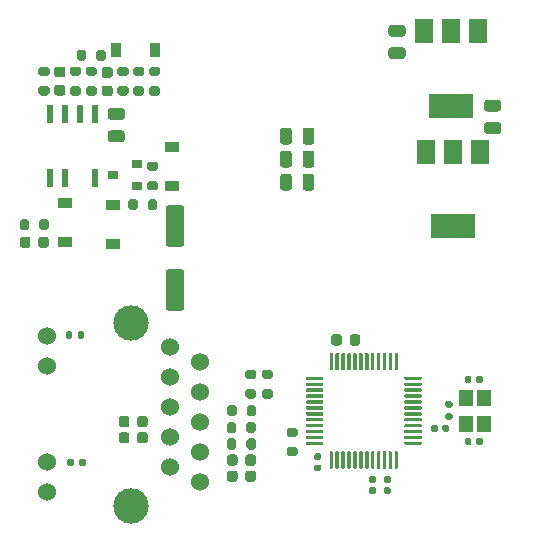
<source format=gbr>
%TF.GenerationSoftware,KiCad,Pcbnew,5.1.9+dfsg1-1*%
%TF.CreationDate,2022-07-19T15:57:22+03:00*%
%TF.ProjectId,Meteostation,4d657465-6f73-4746-9174-696f6e2e6b69,rev?*%
%TF.SameCoordinates,Original*%
%TF.FileFunction,Soldermask,Top*%
%TF.FilePolarity,Negative*%
%FSLAX46Y46*%
G04 Gerber Fmt 4.6, Leading zero omitted, Abs format (unit mm)*
G04 Created by KiCad (PCBNEW 5.1.9+dfsg1-1) date 2022-07-19 15:57:22*
%MOMM*%
%LPD*%
G01*
G04 APERTURE LIST*
%ADD10R,1.500000X2.000000*%
%ADD11R,3.800000X2.000000*%
%ADD12R,1.200000X1.400000*%
%ADD13R,0.900000X0.800000*%
%ADD14R,1.200000X0.900000*%
%ADD15R,0.600000X1.550000*%
%ADD16R,0.900000X1.200000*%
%ADD17C,3.000000*%
%ADD18C,1.524000*%
G04 APERTURE END LIST*
%TO.C,C33*%
G36*
G01*
X29383800Y-67569200D02*
X28883800Y-67569200D01*
G75*
G02*
X28658800Y-67344200I0J225000D01*
G01*
X28658800Y-66894200D01*
G75*
G02*
X28883800Y-66669200I225000J0D01*
G01*
X29383800Y-66669200D01*
G75*
G02*
X29608800Y-66894200I0J-225000D01*
G01*
X29608800Y-67344200D01*
G75*
G02*
X29383800Y-67569200I-225000J0D01*
G01*
G37*
G36*
G01*
X29383800Y-69119200D02*
X28883800Y-69119200D01*
G75*
G02*
X28658800Y-68894200I0J225000D01*
G01*
X28658800Y-68444200D01*
G75*
G02*
X28883800Y-68219200I225000J0D01*
G01*
X29383800Y-68219200D01*
G75*
G02*
X29608800Y-68444200I0J-225000D01*
G01*
X29608800Y-68894200D01*
G75*
G02*
X29383800Y-69119200I-225000J0D01*
G01*
G37*
%TD*%
%TO.C,R18*%
G36*
G01*
X40950000Y-96025000D02*
X40950000Y-95475000D01*
G75*
G02*
X41150000Y-95275000I200000J0D01*
G01*
X41550000Y-95275000D01*
G75*
G02*
X41750000Y-95475000I0J-200000D01*
G01*
X41750000Y-96025000D01*
G75*
G02*
X41550000Y-96225000I-200000J0D01*
G01*
X41150000Y-96225000D01*
G75*
G02*
X40950000Y-96025000I0J200000D01*
G01*
G37*
G36*
G01*
X39300000Y-96025000D02*
X39300000Y-95475000D01*
G75*
G02*
X39500000Y-95275000I200000J0D01*
G01*
X39900000Y-95275000D01*
G75*
G02*
X40100000Y-95475000I0J-200000D01*
G01*
X40100000Y-96025000D01*
G75*
G02*
X39900000Y-96225000I-200000J0D01*
G01*
X39500000Y-96225000D01*
G75*
G02*
X39300000Y-96025000I0J200000D01*
G01*
G37*
%TD*%
%TO.C,R14*%
G36*
G01*
X40925000Y-97475000D02*
X40925000Y-96925000D01*
G75*
G02*
X41125000Y-96725000I200000J0D01*
G01*
X41525000Y-96725000D01*
G75*
G02*
X41725000Y-96925000I0J-200000D01*
G01*
X41725000Y-97475000D01*
G75*
G02*
X41525000Y-97675000I-200000J0D01*
G01*
X41125000Y-97675000D01*
G75*
G02*
X40925000Y-97475000I0J200000D01*
G01*
G37*
G36*
G01*
X39275000Y-97475000D02*
X39275000Y-96925000D01*
G75*
G02*
X39475000Y-96725000I200000J0D01*
G01*
X39875000Y-96725000D01*
G75*
G02*
X40075000Y-96925000I0J-200000D01*
G01*
X40075000Y-97475000D01*
G75*
G02*
X39875000Y-97675000I-200000J0D01*
G01*
X39475000Y-97675000D01*
G75*
G02*
X39275000Y-97475000I0J200000D01*
G01*
G37*
%TD*%
%TO.C,R12*%
G36*
G01*
X40925000Y-98841666D02*
X40925000Y-98291666D01*
G75*
G02*
X41125000Y-98091666I200000J0D01*
G01*
X41525000Y-98091666D01*
G75*
G02*
X41725000Y-98291666I0J-200000D01*
G01*
X41725000Y-98841666D01*
G75*
G02*
X41525000Y-99041666I-200000J0D01*
G01*
X41125000Y-99041666D01*
G75*
G02*
X40925000Y-98841666I0J200000D01*
G01*
G37*
G36*
G01*
X39275000Y-98841666D02*
X39275000Y-98291666D01*
G75*
G02*
X39475000Y-98091666I200000J0D01*
G01*
X39875000Y-98091666D01*
G75*
G02*
X40075000Y-98291666I0J-200000D01*
G01*
X40075000Y-98841666D01*
G75*
G02*
X39875000Y-99041666I-200000J0D01*
G01*
X39475000Y-99041666D01*
G75*
G02*
X39275000Y-98841666I0J200000D01*
G01*
G37*
%TD*%
%TO.C,R11*%
G36*
G01*
X45075000Y-97975000D02*
X44525000Y-97975000D01*
G75*
G02*
X44325000Y-97775000I0J200000D01*
G01*
X44325000Y-97375000D01*
G75*
G02*
X44525000Y-97175000I200000J0D01*
G01*
X45075000Y-97175000D01*
G75*
G02*
X45275000Y-97375000I0J-200000D01*
G01*
X45275000Y-97775000D01*
G75*
G02*
X45075000Y-97975000I-200000J0D01*
G01*
G37*
G36*
G01*
X45075000Y-99625000D02*
X44525000Y-99625000D01*
G75*
G02*
X44325000Y-99425000I0J200000D01*
G01*
X44325000Y-99025000D01*
G75*
G02*
X44525000Y-98825000I200000J0D01*
G01*
X45075000Y-98825000D01*
G75*
G02*
X45275000Y-99025000I0J-200000D01*
G01*
X45275000Y-99425000D01*
G75*
G02*
X45075000Y-99625000I-200000J0D01*
G01*
G37*
%TD*%
%TO.C,R10*%
G36*
G01*
X42425000Y-93925000D02*
X42975000Y-93925000D01*
G75*
G02*
X43175000Y-94125000I0J-200000D01*
G01*
X43175000Y-94525000D01*
G75*
G02*
X42975000Y-94725000I-200000J0D01*
G01*
X42425000Y-94725000D01*
G75*
G02*
X42225000Y-94525000I0J200000D01*
G01*
X42225000Y-94125000D01*
G75*
G02*
X42425000Y-93925000I200000J0D01*
G01*
G37*
G36*
G01*
X42425000Y-92275000D02*
X42975000Y-92275000D01*
G75*
G02*
X43175000Y-92475000I0J-200000D01*
G01*
X43175000Y-92875000D01*
G75*
G02*
X42975000Y-93075000I-200000J0D01*
G01*
X42425000Y-93075000D01*
G75*
G02*
X42225000Y-92875000I0J200000D01*
G01*
X42225000Y-92475000D01*
G75*
G02*
X42425000Y-92275000I200000J0D01*
G01*
G37*
%TD*%
%TO.C,R9*%
G36*
G01*
X41025000Y-93925000D02*
X41575000Y-93925000D01*
G75*
G02*
X41775000Y-94125000I0J-200000D01*
G01*
X41775000Y-94525000D01*
G75*
G02*
X41575000Y-94725000I-200000J0D01*
G01*
X41025000Y-94725000D01*
G75*
G02*
X40825000Y-94525000I0J200000D01*
G01*
X40825000Y-94125000D01*
G75*
G02*
X41025000Y-93925000I200000J0D01*
G01*
G37*
G36*
G01*
X41025000Y-92275000D02*
X41575000Y-92275000D01*
G75*
G02*
X41775000Y-92475000I0J-200000D01*
G01*
X41775000Y-92875000D01*
G75*
G02*
X41575000Y-93075000I-200000J0D01*
G01*
X41025000Y-93075000D01*
G75*
G02*
X40825000Y-92875000I0J200000D01*
G01*
X40825000Y-92475000D01*
G75*
G02*
X41025000Y-92275000I200000J0D01*
G01*
G37*
%TD*%
%TO.C,C26*%
G36*
G01*
X40175000Y-99683332D02*
X40175000Y-100183332D01*
G75*
G02*
X39950000Y-100408332I-225000J0D01*
G01*
X39500000Y-100408332D01*
G75*
G02*
X39275000Y-100183332I0J225000D01*
G01*
X39275000Y-99683332D01*
G75*
G02*
X39500000Y-99458332I225000J0D01*
G01*
X39950000Y-99458332D01*
G75*
G02*
X40175000Y-99683332I0J-225000D01*
G01*
G37*
G36*
G01*
X41725000Y-99683332D02*
X41725000Y-100183332D01*
G75*
G02*
X41500000Y-100408332I-225000J0D01*
G01*
X41050000Y-100408332D01*
G75*
G02*
X40825000Y-100183332I0J225000D01*
G01*
X40825000Y-99683332D01*
G75*
G02*
X41050000Y-99458332I225000J0D01*
G01*
X41500000Y-99458332D01*
G75*
G02*
X41725000Y-99683332I0J-225000D01*
G01*
G37*
%TD*%
%TO.C,C25*%
G36*
G01*
X40175000Y-101049998D02*
X40175000Y-101549998D01*
G75*
G02*
X39950000Y-101774998I-225000J0D01*
G01*
X39500000Y-101774998D01*
G75*
G02*
X39275000Y-101549998I0J225000D01*
G01*
X39275000Y-101049998D01*
G75*
G02*
X39500000Y-100824998I225000J0D01*
G01*
X39950000Y-100824998D01*
G75*
G02*
X40175000Y-101049998I0J-225000D01*
G01*
G37*
G36*
G01*
X41725000Y-101049998D02*
X41725000Y-101549998D01*
G75*
G02*
X41500000Y-101774998I-225000J0D01*
G01*
X41050000Y-101774998D01*
G75*
G02*
X40825000Y-101549998I0J225000D01*
G01*
X40825000Y-101049998D01*
G75*
G02*
X41050000Y-100824998I225000J0D01*
G01*
X41500000Y-100824998D01*
G75*
G02*
X41725000Y-101049998I0J-225000D01*
G01*
G37*
%TD*%
%TO.C,C20*%
G36*
G01*
X31025000Y-96425000D02*
X31025000Y-96925000D01*
G75*
G02*
X30800000Y-97150000I-225000J0D01*
G01*
X30350000Y-97150000D01*
G75*
G02*
X30125000Y-96925000I0J225000D01*
G01*
X30125000Y-96425000D01*
G75*
G02*
X30350000Y-96200000I225000J0D01*
G01*
X30800000Y-96200000D01*
G75*
G02*
X31025000Y-96425000I0J-225000D01*
G01*
G37*
G36*
G01*
X32575000Y-96425000D02*
X32575000Y-96925000D01*
G75*
G02*
X32350000Y-97150000I-225000J0D01*
G01*
X31900000Y-97150000D01*
G75*
G02*
X31675000Y-96925000I0J225000D01*
G01*
X31675000Y-96425000D01*
G75*
G02*
X31900000Y-96200000I225000J0D01*
G01*
X32350000Y-96200000D01*
G75*
G02*
X32575000Y-96425000I0J-225000D01*
G01*
G37*
%TD*%
%TO.C,C16*%
G36*
G01*
X31675000Y-98300000D02*
X31675000Y-97800000D01*
G75*
G02*
X31900000Y-97575000I225000J0D01*
G01*
X32350000Y-97575000D01*
G75*
G02*
X32575000Y-97800000I0J-225000D01*
G01*
X32575000Y-98300000D01*
G75*
G02*
X32350000Y-98525000I-225000J0D01*
G01*
X31900000Y-98525000D01*
G75*
G02*
X31675000Y-98300000I0J225000D01*
G01*
G37*
G36*
G01*
X30125000Y-98300000D02*
X30125000Y-97800000D01*
G75*
G02*
X30350000Y-97575000I225000J0D01*
G01*
X30800000Y-97575000D01*
G75*
G02*
X31025000Y-97800000I0J-225000D01*
G01*
X31025000Y-98300000D01*
G75*
G02*
X30800000Y-98525000I-225000J0D01*
G01*
X30350000Y-98525000D01*
G75*
G02*
X30125000Y-98300000I0J225000D01*
G01*
G37*
%TD*%
D10*
%TO.C,U2*%
X60550000Y-63625000D03*
X55950000Y-63625000D03*
X58250000Y-63625000D03*
D11*
X58250000Y-69925000D03*
%TD*%
%TO.C,C2*%
G36*
G01*
X62250000Y-70425000D02*
X61300000Y-70425000D01*
G75*
G02*
X61050000Y-70175000I0J250000D01*
G01*
X61050000Y-69675000D01*
G75*
G02*
X61300000Y-69425000I250000J0D01*
G01*
X62250000Y-69425000D01*
G75*
G02*
X62500000Y-69675000I0J-250000D01*
G01*
X62500000Y-70175000D01*
G75*
G02*
X62250000Y-70425000I-250000J0D01*
G01*
G37*
G36*
G01*
X62250000Y-72325000D02*
X61300000Y-72325000D01*
G75*
G02*
X61050000Y-72075000I0J250000D01*
G01*
X61050000Y-71575000D01*
G75*
G02*
X61300000Y-71325000I250000J0D01*
G01*
X62250000Y-71325000D01*
G75*
G02*
X62500000Y-71575000I0J-250000D01*
G01*
X62500000Y-72075000D01*
G75*
G02*
X62250000Y-72325000I-250000J0D01*
G01*
G37*
%TD*%
%TO.C,C1*%
G36*
G01*
X54150000Y-64075000D02*
X53200000Y-64075000D01*
G75*
G02*
X52950000Y-63825000I0J250000D01*
G01*
X52950000Y-63325000D01*
G75*
G02*
X53200000Y-63075000I250000J0D01*
G01*
X54150000Y-63075000D01*
G75*
G02*
X54400000Y-63325000I0J-250000D01*
G01*
X54400000Y-63825000D01*
G75*
G02*
X54150000Y-64075000I-250000J0D01*
G01*
G37*
G36*
G01*
X54150000Y-65975000D02*
X53200000Y-65975000D01*
G75*
G02*
X52950000Y-65725000I0J250000D01*
G01*
X52950000Y-65225000D01*
G75*
G02*
X53200000Y-64975000I250000J0D01*
G01*
X54150000Y-64975000D01*
G75*
G02*
X54400000Y-65225000I0J-250000D01*
G01*
X54400000Y-65725000D01*
G75*
G02*
X54150000Y-65975000I-250000J0D01*
G01*
G37*
%TD*%
D12*
%TO.C,Y2*%
X61075000Y-94650000D03*
X61075000Y-96850000D03*
X59475000Y-96850000D03*
X59475000Y-94650000D03*
%TD*%
%TO.C,C15*%
G36*
G01*
X49653600Y-90008600D02*
X49653600Y-89508600D01*
G75*
G02*
X49878600Y-89283600I225000J0D01*
G01*
X50328600Y-89283600D01*
G75*
G02*
X50553600Y-89508600I0J-225000D01*
G01*
X50553600Y-90008600D01*
G75*
G02*
X50328600Y-90233600I-225000J0D01*
G01*
X49878600Y-90233600D01*
G75*
G02*
X49653600Y-90008600I0J225000D01*
G01*
G37*
G36*
G01*
X48103600Y-90008600D02*
X48103600Y-89508600D01*
G75*
G02*
X48328600Y-89283600I225000J0D01*
G01*
X48778600Y-89283600D01*
G75*
G02*
X49003600Y-89508600I0J-225000D01*
G01*
X49003600Y-90008600D01*
G75*
G02*
X48778600Y-90233600I-225000J0D01*
G01*
X48328600Y-90233600D01*
G75*
G02*
X48103600Y-90008600I0J225000D01*
G01*
G37*
%TD*%
%TO.C,R1*%
G36*
G01*
X58260000Y-95485000D02*
X57890000Y-95485000D01*
G75*
G02*
X57755000Y-95350000I0J135000D01*
G01*
X57755000Y-95080000D01*
G75*
G02*
X57890000Y-94945000I135000J0D01*
G01*
X58260000Y-94945000D01*
G75*
G02*
X58395000Y-95080000I0J-135000D01*
G01*
X58395000Y-95350000D01*
G75*
G02*
X58260000Y-95485000I-135000J0D01*
G01*
G37*
G36*
G01*
X58260000Y-96505000D02*
X57890000Y-96505000D01*
G75*
G02*
X57755000Y-96370000I0J135000D01*
G01*
X57755000Y-96100000D01*
G75*
G02*
X57890000Y-95965000I135000J0D01*
G01*
X58260000Y-95965000D01*
G75*
G02*
X58395000Y-96100000I0J-135000D01*
G01*
X58395000Y-96370000D01*
G75*
G02*
X58260000Y-96505000I-135000J0D01*
G01*
G37*
%TD*%
%TO.C,C7*%
G36*
G01*
X59975000Y-98205000D02*
X59975000Y-98545000D01*
G75*
G02*
X59835000Y-98685000I-140000J0D01*
G01*
X59555000Y-98685000D01*
G75*
G02*
X59415000Y-98545000I0J140000D01*
G01*
X59415000Y-98205000D01*
G75*
G02*
X59555000Y-98065000I140000J0D01*
G01*
X59835000Y-98065000D01*
G75*
G02*
X59975000Y-98205000I0J-140000D01*
G01*
G37*
G36*
G01*
X60935000Y-98205000D02*
X60935000Y-98545000D01*
G75*
G02*
X60795000Y-98685000I-140000J0D01*
G01*
X60515000Y-98685000D01*
G75*
G02*
X60375000Y-98545000I0J140000D01*
G01*
X60375000Y-98205000D01*
G75*
G02*
X60515000Y-98065000I140000J0D01*
G01*
X60795000Y-98065000D01*
G75*
G02*
X60935000Y-98205000I0J-140000D01*
G01*
G37*
%TD*%
%TO.C,C4*%
G36*
G01*
X60375000Y-93270000D02*
X60375000Y-92930000D01*
G75*
G02*
X60515000Y-92790000I140000J0D01*
G01*
X60795000Y-92790000D01*
G75*
G02*
X60935000Y-92930000I0J-140000D01*
G01*
X60935000Y-93270000D01*
G75*
G02*
X60795000Y-93410000I-140000J0D01*
G01*
X60515000Y-93410000D01*
G75*
G02*
X60375000Y-93270000I0J140000D01*
G01*
G37*
G36*
G01*
X59415000Y-93270000D02*
X59415000Y-92930000D01*
G75*
G02*
X59555000Y-92790000I140000J0D01*
G01*
X59835000Y-92790000D01*
G75*
G02*
X59975000Y-92930000I0J-140000D01*
G01*
X59975000Y-93270000D01*
G75*
G02*
X59835000Y-93410000I-140000J0D01*
G01*
X59555000Y-93410000D01*
G75*
G02*
X59415000Y-93270000I0J140000D01*
G01*
G37*
%TD*%
%TO.C,C14*%
G36*
G01*
X57125000Y-97080000D02*
X57125000Y-97420000D01*
G75*
G02*
X56985000Y-97560000I-140000J0D01*
G01*
X56705000Y-97560000D01*
G75*
G02*
X56565000Y-97420000I0J140000D01*
G01*
X56565000Y-97080000D01*
G75*
G02*
X56705000Y-96940000I140000J0D01*
G01*
X56985000Y-96940000D01*
G75*
G02*
X57125000Y-97080000I0J-140000D01*
G01*
G37*
G36*
G01*
X58085000Y-97080000D02*
X58085000Y-97420000D01*
G75*
G02*
X57945000Y-97560000I-140000J0D01*
G01*
X57665000Y-97560000D01*
G75*
G02*
X57525000Y-97420000I0J140000D01*
G01*
X57525000Y-97080000D01*
G75*
G02*
X57665000Y-96940000I140000J0D01*
G01*
X57945000Y-96940000D01*
G75*
G02*
X58085000Y-97080000I0J-140000D01*
G01*
G37*
%TD*%
%TO.C,C28*%
G36*
G01*
X46796400Y-100314180D02*
X47136400Y-100314180D01*
G75*
G02*
X47276400Y-100454180I0J-140000D01*
G01*
X47276400Y-100734180D01*
G75*
G02*
X47136400Y-100874180I-140000J0D01*
G01*
X46796400Y-100874180D01*
G75*
G02*
X46656400Y-100734180I0J140000D01*
G01*
X46656400Y-100454180D01*
G75*
G02*
X46796400Y-100314180I140000J0D01*
G01*
G37*
G36*
G01*
X46796400Y-99354180D02*
X47136400Y-99354180D01*
G75*
G02*
X47276400Y-99494180I0J-140000D01*
G01*
X47276400Y-99774180D01*
G75*
G02*
X47136400Y-99914180I-140000J0D01*
G01*
X46796400Y-99914180D01*
G75*
G02*
X46656400Y-99774180I0J140000D01*
G01*
X46656400Y-99494180D01*
G75*
G02*
X46796400Y-99354180I140000J0D01*
G01*
G37*
%TD*%
%TO.C,R2*%
G36*
G01*
X26765000Y-100310000D02*
X26765000Y-99940000D01*
G75*
G02*
X26900000Y-99805000I135000J0D01*
G01*
X27170000Y-99805000D01*
G75*
G02*
X27305000Y-99940000I0J-135000D01*
G01*
X27305000Y-100310000D01*
G75*
G02*
X27170000Y-100445000I-135000J0D01*
G01*
X26900000Y-100445000D01*
G75*
G02*
X26765000Y-100310000I0J135000D01*
G01*
G37*
G36*
G01*
X25745000Y-100310000D02*
X25745000Y-99940000D01*
G75*
G02*
X25880000Y-99805000I135000J0D01*
G01*
X26150000Y-99805000D01*
G75*
G02*
X26285000Y-99940000I0J-135000D01*
G01*
X26285000Y-100310000D01*
G75*
G02*
X26150000Y-100445000I-135000J0D01*
G01*
X25880000Y-100445000D01*
G75*
G02*
X25745000Y-100310000I0J135000D01*
G01*
G37*
%TD*%
%TO.C,R3*%
G36*
G01*
X26640000Y-89510000D02*
X26640000Y-89140000D01*
G75*
G02*
X26775000Y-89005000I135000J0D01*
G01*
X27045000Y-89005000D01*
G75*
G02*
X27180000Y-89140000I0J-135000D01*
G01*
X27180000Y-89510000D01*
G75*
G02*
X27045000Y-89645000I-135000J0D01*
G01*
X26775000Y-89645000D01*
G75*
G02*
X26640000Y-89510000I0J135000D01*
G01*
G37*
G36*
G01*
X25620000Y-89510000D02*
X25620000Y-89140000D01*
G75*
G02*
X25755000Y-89005000I135000J0D01*
G01*
X26025000Y-89005000D01*
G75*
G02*
X26160000Y-89140000I0J-135000D01*
G01*
X26160000Y-89510000D01*
G75*
G02*
X26025000Y-89645000I-135000J0D01*
G01*
X25755000Y-89645000D01*
G75*
G02*
X25620000Y-89510000I0J135000D01*
G01*
G37*
%TD*%
%TO.C,C12*%
G36*
G01*
X51770000Y-101850000D02*
X51430000Y-101850000D01*
G75*
G02*
X51290000Y-101710000I0J140000D01*
G01*
X51290000Y-101430000D01*
G75*
G02*
X51430000Y-101290000I140000J0D01*
G01*
X51770000Y-101290000D01*
G75*
G02*
X51910000Y-101430000I0J-140000D01*
G01*
X51910000Y-101710000D01*
G75*
G02*
X51770000Y-101850000I-140000J0D01*
G01*
G37*
G36*
G01*
X51770000Y-102810000D02*
X51430000Y-102810000D01*
G75*
G02*
X51290000Y-102670000I0J140000D01*
G01*
X51290000Y-102390000D01*
G75*
G02*
X51430000Y-102250000I140000J0D01*
G01*
X51770000Y-102250000D01*
G75*
G02*
X51910000Y-102390000I0J-140000D01*
G01*
X51910000Y-102670000D01*
G75*
G02*
X51770000Y-102810000I-140000J0D01*
G01*
G37*
%TD*%
%TO.C,C10*%
G36*
G01*
X53020000Y-101852200D02*
X52680000Y-101852200D01*
G75*
G02*
X52540000Y-101712200I0J140000D01*
G01*
X52540000Y-101432200D01*
G75*
G02*
X52680000Y-101292200I140000J0D01*
G01*
X53020000Y-101292200D01*
G75*
G02*
X53160000Y-101432200I0J-140000D01*
G01*
X53160000Y-101712200D01*
G75*
G02*
X53020000Y-101852200I-140000J0D01*
G01*
G37*
G36*
G01*
X53020000Y-102812200D02*
X52680000Y-102812200D01*
G75*
G02*
X52540000Y-102672200I0J140000D01*
G01*
X52540000Y-102392200D01*
G75*
G02*
X52680000Y-102252200I140000J0D01*
G01*
X53020000Y-102252200D01*
G75*
G02*
X53160000Y-102392200I0J-140000D01*
G01*
X53160000Y-102672200D01*
G75*
G02*
X53020000Y-102812200I-140000J0D01*
G01*
G37*
%TD*%
D10*
%TO.C,U6*%
X60725000Y-73825000D03*
X56125000Y-73825000D03*
X58425000Y-73825000D03*
D11*
X58425000Y-80125000D03*
%TD*%
%TO.C,D3*%
G36*
G01*
X47965300Y-92265700D02*
X47965300Y-90940700D01*
G75*
G02*
X48040300Y-90865700I75000J0D01*
G01*
X48190300Y-90865700D01*
G75*
G02*
X48265300Y-90940700I0J-75000D01*
G01*
X48265300Y-92265700D01*
G75*
G02*
X48190300Y-92340700I-75000J0D01*
G01*
X48040300Y-92340700D01*
G75*
G02*
X47965300Y-92265700I0J75000D01*
G01*
G37*
G36*
G01*
X48465300Y-92265700D02*
X48465300Y-90940700D01*
G75*
G02*
X48540300Y-90865700I75000J0D01*
G01*
X48690300Y-90865700D01*
G75*
G02*
X48765300Y-90940700I0J-75000D01*
G01*
X48765300Y-92265700D01*
G75*
G02*
X48690300Y-92340700I-75000J0D01*
G01*
X48540300Y-92340700D01*
G75*
G02*
X48465300Y-92265700I0J75000D01*
G01*
G37*
G36*
G01*
X48965300Y-92265700D02*
X48965300Y-90940700D01*
G75*
G02*
X49040300Y-90865700I75000J0D01*
G01*
X49190300Y-90865700D01*
G75*
G02*
X49265300Y-90940700I0J-75000D01*
G01*
X49265300Y-92265700D01*
G75*
G02*
X49190300Y-92340700I-75000J0D01*
G01*
X49040300Y-92340700D01*
G75*
G02*
X48965300Y-92265700I0J75000D01*
G01*
G37*
G36*
G01*
X49465300Y-92265700D02*
X49465300Y-90940700D01*
G75*
G02*
X49540300Y-90865700I75000J0D01*
G01*
X49690300Y-90865700D01*
G75*
G02*
X49765300Y-90940700I0J-75000D01*
G01*
X49765300Y-92265700D01*
G75*
G02*
X49690300Y-92340700I-75000J0D01*
G01*
X49540300Y-92340700D01*
G75*
G02*
X49465300Y-92265700I0J75000D01*
G01*
G37*
G36*
G01*
X49965300Y-92265700D02*
X49965300Y-90940700D01*
G75*
G02*
X50040300Y-90865700I75000J0D01*
G01*
X50190300Y-90865700D01*
G75*
G02*
X50265300Y-90940700I0J-75000D01*
G01*
X50265300Y-92265700D01*
G75*
G02*
X50190300Y-92340700I-75000J0D01*
G01*
X50040300Y-92340700D01*
G75*
G02*
X49965300Y-92265700I0J75000D01*
G01*
G37*
G36*
G01*
X50465300Y-92265700D02*
X50465300Y-90940700D01*
G75*
G02*
X50540300Y-90865700I75000J0D01*
G01*
X50690300Y-90865700D01*
G75*
G02*
X50765300Y-90940700I0J-75000D01*
G01*
X50765300Y-92265700D01*
G75*
G02*
X50690300Y-92340700I-75000J0D01*
G01*
X50540300Y-92340700D01*
G75*
G02*
X50465300Y-92265700I0J75000D01*
G01*
G37*
G36*
G01*
X50965300Y-92265700D02*
X50965300Y-90940700D01*
G75*
G02*
X51040300Y-90865700I75000J0D01*
G01*
X51190300Y-90865700D01*
G75*
G02*
X51265300Y-90940700I0J-75000D01*
G01*
X51265300Y-92265700D01*
G75*
G02*
X51190300Y-92340700I-75000J0D01*
G01*
X51040300Y-92340700D01*
G75*
G02*
X50965300Y-92265700I0J75000D01*
G01*
G37*
G36*
G01*
X51465300Y-92265700D02*
X51465300Y-90940700D01*
G75*
G02*
X51540300Y-90865700I75000J0D01*
G01*
X51690300Y-90865700D01*
G75*
G02*
X51765300Y-90940700I0J-75000D01*
G01*
X51765300Y-92265700D01*
G75*
G02*
X51690300Y-92340700I-75000J0D01*
G01*
X51540300Y-92340700D01*
G75*
G02*
X51465300Y-92265700I0J75000D01*
G01*
G37*
G36*
G01*
X51965300Y-92265700D02*
X51965300Y-90940700D01*
G75*
G02*
X52040300Y-90865700I75000J0D01*
G01*
X52190300Y-90865700D01*
G75*
G02*
X52265300Y-90940700I0J-75000D01*
G01*
X52265300Y-92265700D01*
G75*
G02*
X52190300Y-92340700I-75000J0D01*
G01*
X52040300Y-92340700D01*
G75*
G02*
X51965300Y-92265700I0J75000D01*
G01*
G37*
G36*
G01*
X52465300Y-92265700D02*
X52465300Y-90940700D01*
G75*
G02*
X52540300Y-90865700I75000J0D01*
G01*
X52690300Y-90865700D01*
G75*
G02*
X52765300Y-90940700I0J-75000D01*
G01*
X52765300Y-92265700D01*
G75*
G02*
X52690300Y-92340700I-75000J0D01*
G01*
X52540300Y-92340700D01*
G75*
G02*
X52465300Y-92265700I0J75000D01*
G01*
G37*
G36*
G01*
X52965300Y-92265700D02*
X52965300Y-90940700D01*
G75*
G02*
X53040300Y-90865700I75000J0D01*
G01*
X53190300Y-90865700D01*
G75*
G02*
X53265300Y-90940700I0J-75000D01*
G01*
X53265300Y-92265700D01*
G75*
G02*
X53190300Y-92340700I-75000J0D01*
G01*
X53040300Y-92340700D01*
G75*
G02*
X52965300Y-92265700I0J75000D01*
G01*
G37*
G36*
G01*
X53465300Y-92265700D02*
X53465300Y-90940700D01*
G75*
G02*
X53540300Y-90865700I75000J0D01*
G01*
X53690300Y-90865700D01*
G75*
G02*
X53765300Y-90940700I0J-75000D01*
G01*
X53765300Y-92265700D01*
G75*
G02*
X53690300Y-92340700I-75000J0D01*
G01*
X53540300Y-92340700D01*
G75*
G02*
X53465300Y-92265700I0J75000D01*
G01*
G37*
G36*
G01*
X54290300Y-93090700D02*
X54290300Y-92940700D01*
G75*
G02*
X54365300Y-92865700I75000J0D01*
G01*
X55690300Y-92865700D01*
G75*
G02*
X55765300Y-92940700I0J-75000D01*
G01*
X55765300Y-93090700D01*
G75*
G02*
X55690300Y-93165700I-75000J0D01*
G01*
X54365300Y-93165700D01*
G75*
G02*
X54290300Y-93090700I0J75000D01*
G01*
G37*
G36*
G01*
X54290300Y-93590700D02*
X54290300Y-93440700D01*
G75*
G02*
X54365300Y-93365700I75000J0D01*
G01*
X55690300Y-93365700D01*
G75*
G02*
X55765300Y-93440700I0J-75000D01*
G01*
X55765300Y-93590700D01*
G75*
G02*
X55690300Y-93665700I-75000J0D01*
G01*
X54365300Y-93665700D01*
G75*
G02*
X54290300Y-93590700I0J75000D01*
G01*
G37*
G36*
G01*
X54290300Y-94090700D02*
X54290300Y-93940700D01*
G75*
G02*
X54365300Y-93865700I75000J0D01*
G01*
X55690300Y-93865700D01*
G75*
G02*
X55765300Y-93940700I0J-75000D01*
G01*
X55765300Y-94090700D01*
G75*
G02*
X55690300Y-94165700I-75000J0D01*
G01*
X54365300Y-94165700D01*
G75*
G02*
X54290300Y-94090700I0J75000D01*
G01*
G37*
G36*
G01*
X54290300Y-94590700D02*
X54290300Y-94440700D01*
G75*
G02*
X54365300Y-94365700I75000J0D01*
G01*
X55690300Y-94365700D01*
G75*
G02*
X55765300Y-94440700I0J-75000D01*
G01*
X55765300Y-94590700D01*
G75*
G02*
X55690300Y-94665700I-75000J0D01*
G01*
X54365300Y-94665700D01*
G75*
G02*
X54290300Y-94590700I0J75000D01*
G01*
G37*
G36*
G01*
X54290300Y-95090700D02*
X54290300Y-94940700D01*
G75*
G02*
X54365300Y-94865700I75000J0D01*
G01*
X55690300Y-94865700D01*
G75*
G02*
X55765300Y-94940700I0J-75000D01*
G01*
X55765300Y-95090700D01*
G75*
G02*
X55690300Y-95165700I-75000J0D01*
G01*
X54365300Y-95165700D01*
G75*
G02*
X54290300Y-95090700I0J75000D01*
G01*
G37*
G36*
G01*
X54290300Y-95590700D02*
X54290300Y-95440700D01*
G75*
G02*
X54365300Y-95365700I75000J0D01*
G01*
X55690300Y-95365700D01*
G75*
G02*
X55765300Y-95440700I0J-75000D01*
G01*
X55765300Y-95590700D01*
G75*
G02*
X55690300Y-95665700I-75000J0D01*
G01*
X54365300Y-95665700D01*
G75*
G02*
X54290300Y-95590700I0J75000D01*
G01*
G37*
G36*
G01*
X54290300Y-96090700D02*
X54290300Y-95940700D01*
G75*
G02*
X54365300Y-95865700I75000J0D01*
G01*
X55690300Y-95865700D01*
G75*
G02*
X55765300Y-95940700I0J-75000D01*
G01*
X55765300Y-96090700D01*
G75*
G02*
X55690300Y-96165700I-75000J0D01*
G01*
X54365300Y-96165700D01*
G75*
G02*
X54290300Y-96090700I0J75000D01*
G01*
G37*
G36*
G01*
X54290300Y-96590700D02*
X54290300Y-96440700D01*
G75*
G02*
X54365300Y-96365700I75000J0D01*
G01*
X55690300Y-96365700D01*
G75*
G02*
X55765300Y-96440700I0J-75000D01*
G01*
X55765300Y-96590700D01*
G75*
G02*
X55690300Y-96665700I-75000J0D01*
G01*
X54365300Y-96665700D01*
G75*
G02*
X54290300Y-96590700I0J75000D01*
G01*
G37*
G36*
G01*
X54290300Y-97090700D02*
X54290300Y-96940700D01*
G75*
G02*
X54365300Y-96865700I75000J0D01*
G01*
X55690300Y-96865700D01*
G75*
G02*
X55765300Y-96940700I0J-75000D01*
G01*
X55765300Y-97090700D01*
G75*
G02*
X55690300Y-97165700I-75000J0D01*
G01*
X54365300Y-97165700D01*
G75*
G02*
X54290300Y-97090700I0J75000D01*
G01*
G37*
G36*
G01*
X54290300Y-97590700D02*
X54290300Y-97440700D01*
G75*
G02*
X54365300Y-97365700I75000J0D01*
G01*
X55690300Y-97365700D01*
G75*
G02*
X55765300Y-97440700I0J-75000D01*
G01*
X55765300Y-97590700D01*
G75*
G02*
X55690300Y-97665700I-75000J0D01*
G01*
X54365300Y-97665700D01*
G75*
G02*
X54290300Y-97590700I0J75000D01*
G01*
G37*
G36*
G01*
X54290300Y-98090700D02*
X54290300Y-97940700D01*
G75*
G02*
X54365300Y-97865700I75000J0D01*
G01*
X55690300Y-97865700D01*
G75*
G02*
X55765300Y-97940700I0J-75000D01*
G01*
X55765300Y-98090700D01*
G75*
G02*
X55690300Y-98165700I-75000J0D01*
G01*
X54365300Y-98165700D01*
G75*
G02*
X54290300Y-98090700I0J75000D01*
G01*
G37*
G36*
G01*
X54290300Y-98590700D02*
X54290300Y-98440700D01*
G75*
G02*
X54365300Y-98365700I75000J0D01*
G01*
X55690300Y-98365700D01*
G75*
G02*
X55765300Y-98440700I0J-75000D01*
G01*
X55765300Y-98590700D01*
G75*
G02*
X55690300Y-98665700I-75000J0D01*
G01*
X54365300Y-98665700D01*
G75*
G02*
X54290300Y-98590700I0J75000D01*
G01*
G37*
G36*
G01*
X53465300Y-100590700D02*
X53465300Y-99265700D01*
G75*
G02*
X53540300Y-99190700I75000J0D01*
G01*
X53690300Y-99190700D01*
G75*
G02*
X53765300Y-99265700I0J-75000D01*
G01*
X53765300Y-100590700D01*
G75*
G02*
X53690300Y-100665700I-75000J0D01*
G01*
X53540300Y-100665700D01*
G75*
G02*
X53465300Y-100590700I0J75000D01*
G01*
G37*
G36*
G01*
X52965300Y-100590700D02*
X52965300Y-99265700D01*
G75*
G02*
X53040300Y-99190700I75000J0D01*
G01*
X53190300Y-99190700D01*
G75*
G02*
X53265300Y-99265700I0J-75000D01*
G01*
X53265300Y-100590700D01*
G75*
G02*
X53190300Y-100665700I-75000J0D01*
G01*
X53040300Y-100665700D01*
G75*
G02*
X52965300Y-100590700I0J75000D01*
G01*
G37*
G36*
G01*
X52465300Y-100590700D02*
X52465300Y-99265700D01*
G75*
G02*
X52540300Y-99190700I75000J0D01*
G01*
X52690300Y-99190700D01*
G75*
G02*
X52765300Y-99265700I0J-75000D01*
G01*
X52765300Y-100590700D01*
G75*
G02*
X52690300Y-100665700I-75000J0D01*
G01*
X52540300Y-100665700D01*
G75*
G02*
X52465300Y-100590700I0J75000D01*
G01*
G37*
G36*
G01*
X51965300Y-100590700D02*
X51965300Y-99265700D01*
G75*
G02*
X52040300Y-99190700I75000J0D01*
G01*
X52190300Y-99190700D01*
G75*
G02*
X52265300Y-99265700I0J-75000D01*
G01*
X52265300Y-100590700D01*
G75*
G02*
X52190300Y-100665700I-75000J0D01*
G01*
X52040300Y-100665700D01*
G75*
G02*
X51965300Y-100590700I0J75000D01*
G01*
G37*
G36*
G01*
X51465300Y-100590700D02*
X51465300Y-99265700D01*
G75*
G02*
X51540300Y-99190700I75000J0D01*
G01*
X51690300Y-99190700D01*
G75*
G02*
X51765300Y-99265700I0J-75000D01*
G01*
X51765300Y-100590700D01*
G75*
G02*
X51690300Y-100665700I-75000J0D01*
G01*
X51540300Y-100665700D01*
G75*
G02*
X51465300Y-100590700I0J75000D01*
G01*
G37*
G36*
G01*
X50965300Y-100590700D02*
X50965300Y-99265700D01*
G75*
G02*
X51040300Y-99190700I75000J0D01*
G01*
X51190300Y-99190700D01*
G75*
G02*
X51265300Y-99265700I0J-75000D01*
G01*
X51265300Y-100590700D01*
G75*
G02*
X51190300Y-100665700I-75000J0D01*
G01*
X51040300Y-100665700D01*
G75*
G02*
X50965300Y-100590700I0J75000D01*
G01*
G37*
G36*
G01*
X50465300Y-100590700D02*
X50465300Y-99265700D01*
G75*
G02*
X50540300Y-99190700I75000J0D01*
G01*
X50690300Y-99190700D01*
G75*
G02*
X50765300Y-99265700I0J-75000D01*
G01*
X50765300Y-100590700D01*
G75*
G02*
X50690300Y-100665700I-75000J0D01*
G01*
X50540300Y-100665700D01*
G75*
G02*
X50465300Y-100590700I0J75000D01*
G01*
G37*
G36*
G01*
X49965300Y-100590700D02*
X49965300Y-99265700D01*
G75*
G02*
X50040300Y-99190700I75000J0D01*
G01*
X50190300Y-99190700D01*
G75*
G02*
X50265300Y-99265700I0J-75000D01*
G01*
X50265300Y-100590700D01*
G75*
G02*
X50190300Y-100665700I-75000J0D01*
G01*
X50040300Y-100665700D01*
G75*
G02*
X49965300Y-100590700I0J75000D01*
G01*
G37*
G36*
G01*
X49465300Y-100590700D02*
X49465300Y-99265700D01*
G75*
G02*
X49540300Y-99190700I75000J0D01*
G01*
X49690300Y-99190700D01*
G75*
G02*
X49765300Y-99265700I0J-75000D01*
G01*
X49765300Y-100590700D01*
G75*
G02*
X49690300Y-100665700I-75000J0D01*
G01*
X49540300Y-100665700D01*
G75*
G02*
X49465300Y-100590700I0J75000D01*
G01*
G37*
G36*
G01*
X48965300Y-100590700D02*
X48965300Y-99265700D01*
G75*
G02*
X49040300Y-99190700I75000J0D01*
G01*
X49190300Y-99190700D01*
G75*
G02*
X49265300Y-99265700I0J-75000D01*
G01*
X49265300Y-100590700D01*
G75*
G02*
X49190300Y-100665700I-75000J0D01*
G01*
X49040300Y-100665700D01*
G75*
G02*
X48965300Y-100590700I0J75000D01*
G01*
G37*
G36*
G01*
X48465300Y-100590700D02*
X48465300Y-99265700D01*
G75*
G02*
X48540300Y-99190700I75000J0D01*
G01*
X48690300Y-99190700D01*
G75*
G02*
X48765300Y-99265700I0J-75000D01*
G01*
X48765300Y-100590700D01*
G75*
G02*
X48690300Y-100665700I-75000J0D01*
G01*
X48540300Y-100665700D01*
G75*
G02*
X48465300Y-100590700I0J75000D01*
G01*
G37*
G36*
G01*
X47965300Y-100590700D02*
X47965300Y-99265700D01*
G75*
G02*
X48040300Y-99190700I75000J0D01*
G01*
X48190300Y-99190700D01*
G75*
G02*
X48265300Y-99265700I0J-75000D01*
G01*
X48265300Y-100590700D01*
G75*
G02*
X48190300Y-100665700I-75000J0D01*
G01*
X48040300Y-100665700D01*
G75*
G02*
X47965300Y-100590700I0J75000D01*
G01*
G37*
G36*
G01*
X45965300Y-98590700D02*
X45965300Y-98440700D01*
G75*
G02*
X46040300Y-98365700I75000J0D01*
G01*
X47365300Y-98365700D01*
G75*
G02*
X47440300Y-98440700I0J-75000D01*
G01*
X47440300Y-98590700D01*
G75*
G02*
X47365300Y-98665700I-75000J0D01*
G01*
X46040300Y-98665700D01*
G75*
G02*
X45965300Y-98590700I0J75000D01*
G01*
G37*
G36*
G01*
X45965300Y-98090700D02*
X45965300Y-97940700D01*
G75*
G02*
X46040300Y-97865700I75000J0D01*
G01*
X47365300Y-97865700D01*
G75*
G02*
X47440300Y-97940700I0J-75000D01*
G01*
X47440300Y-98090700D01*
G75*
G02*
X47365300Y-98165700I-75000J0D01*
G01*
X46040300Y-98165700D01*
G75*
G02*
X45965300Y-98090700I0J75000D01*
G01*
G37*
G36*
G01*
X45965300Y-97590700D02*
X45965300Y-97440700D01*
G75*
G02*
X46040300Y-97365700I75000J0D01*
G01*
X47365300Y-97365700D01*
G75*
G02*
X47440300Y-97440700I0J-75000D01*
G01*
X47440300Y-97590700D01*
G75*
G02*
X47365300Y-97665700I-75000J0D01*
G01*
X46040300Y-97665700D01*
G75*
G02*
X45965300Y-97590700I0J75000D01*
G01*
G37*
G36*
G01*
X45965300Y-97090700D02*
X45965300Y-96940700D01*
G75*
G02*
X46040300Y-96865700I75000J0D01*
G01*
X47365300Y-96865700D01*
G75*
G02*
X47440300Y-96940700I0J-75000D01*
G01*
X47440300Y-97090700D01*
G75*
G02*
X47365300Y-97165700I-75000J0D01*
G01*
X46040300Y-97165700D01*
G75*
G02*
X45965300Y-97090700I0J75000D01*
G01*
G37*
G36*
G01*
X45965300Y-96590700D02*
X45965300Y-96440700D01*
G75*
G02*
X46040300Y-96365700I75000J0D01*
G01*
X47365300Y-96365700D01*
G75*
G02*
X47440300Y-96440700I0J-75000D01*
G01*
X47440300Y-96590700D01*
G75*
G02*
X47365300Y-96665700I-75000J0D01*
G01*
X46040300Y-96665700D01*
G75*
G02*
X45965300Y-96590700I0J75000D01*
G01*
G37*
G36*
G01*
X45965300Y-96090700D02*
X45965300Y-95940700D01*
G75*
G02*
X46040300Y-95865700I75000J0D01*
G01*
X47365300Y-95865700D01*
G75*
G02*
X47440300Y-95940700I0J-75000D01*
G01*
X47440300Y-96090700D01*
G75*
G02*
X47365300Y-96165700I-75000J0D01*
G01*
X46040300Y-96165700D01*
G75*
G02*
X45965300Y-96090700I0J75000D01*
G01*
G37*
G36*
G01*
X45965300Y-95590700D02*
X45965300Y-95440700D01*
G75*
G02*
X46040300Y-95365700I75000J0D01*
G01*
X47365300Y-95365700D01*
G75*
G02*
X47440300Y-95440700I0J-75000D01*
G01*
X47440300Y-95590700D01*
G75*
G02*
X47365300Y-95665700I-75000J0D01*
G01*
X46040300Y-95665700D01*
G75*
G02*
X45965300Y-95590700I0J75000D01*
G01*
G37*
G36*
G01*
X45965300Y-95090700D02*
X45965300Y-94940700D01*
G75*
G02*
X46040300Y-94865700I75000J0D01*
G01*
X47365300Y-94865700D01*
G75*
G02*
X47440300Y-94940700I0J-75000D01*
G01*
X47440300Y-95090700D01*
G75*
G02*
X47365300Y-95165700I-75000J0D01*
G01*
X46040300Y-95165700D01*
G75*
G02*
X45965300Y-95090700I0J75000D01*
G01*
G37*
G36*
G01*
X45965300Y-94590700D02*
X45965300Y-94440700D01*
G75*
G02*
X46040300Y-94365700I75000J0D01*
G01*
X47365300Y-94365700D01*
G75*
G02*
X47440300Y-94440700I0J-75000D01*
G01*
X47440300Y-94590700D01*
G75*
G02*
X47365300Y-94665700I-75000J0D01*
G01*
X46040300Y-94665700D01*
G75*
G02*
X45965300Y-94590700I0J75000D01*
G01*
G37*
G36*
G01*
X45965300Y-94090700D02*
X45965300Y-93940700D01*
G75*
G02*
X46040300Y-93865700I75000J0D01*
G01*
X47365300Y-93865700D01*
G75*
G02*
X47440300Y-93940700I0J-75000D01*
G01*
X47440300Y-94090700D01*
G75*
G02*
X47365300Y-94165700I-75000J0D01*
G01*
X46040300Y-94165700D01*
G75*
G02*
X45965300Y-94090700I0J75000D01*
G01*
G37*
G36*
G01*
X45965300Y-93590700D02*
X45965300Y-93440700D01*
G75*
G02*
X46040300Y-93365700I75000J0D01*
G01*
X47365300Y-93365700D01*
G75*
G02*
X47440300Y-93440700I0J-75000D01*
G01*
X47440300Y-93590700D01*
G75*
G02*
X47365300Y-93665700I-75000J0D01*
G01*
X46040300Y-93665700D01*
G75*
G02*
X45965300Y-93590700I0J75000D01*
G01*
G37*
G36*
G01*
X45965300Y-93090700D02*
X45965300Y-92940700D01*
G75*
G02*
X46040300Y-92865700I75000J0D01*
G01*
X47365300Y-92865700D01*
G75*
G02*
X47440300Y-92940700I0J-75000D01*
G01*
X47440300Y-93090700D01*
G75*
G02*
X47365300Y-93165700I-75000J0D01*
G01*
X46040300Y-93165700D01*
G75*
G02*
X45965300Y-93090700I0J75000D01*
G01*
G37*
%TD*%
%TO.C,R24*%
G36*
G01*
X33263200Y-75455700D02*
X32713200Y-75455700D01*
G75*
G02*
X32513200Y-75255700I0J200000D01*
G01*
X32513200Y-74855700D01*
G75*
G02*
X32713200Y-74655700I200000J0D01*
G01*
X33263200Y-74655700D01*
G75*
G02*
X33463200Y-74855700I0J-200000D01*
G01*
X33463200Y-75255700D01*
G75*
G02*
X33263200Y-75455700I-200000J0D01*
G01*
G37*
G36*
G01*
X33263200Y-77105700D02*
X32713200Y-77105700D01*
G75*
G02*
X32513200Y-76905700I0J200000D01*
G01*
X32513200Y-76505700D01*
G75*
G02*
X32713200Y-76305700I200000J0D01*
G01*
X33263200Y-76305700D01*
G75*
G02*
X33463200Y-76505700I0J-200000D01*
G01*
X33463200Y-76905700D01*
G75*
G02*
X33263200Y-77105700I-200000J0D01*
G01*
G37*
%TD*%
%TO.C,R21*%
G36*
G01*
X27522932Y-68272500D02*
X28072932Y-68272500D01*
G75*
G02*
X28272932Y-68472500I0J-200000D01*
G01*
X28272932Y-68872500D01*
G75*
G02*
X28072932Y-69072500I-200000J0D01*
G01*
X27522932Y-69072500D01*
G75*
G02*
X27322932Y-68872500I0J200000D01*
G01*
X27322932Y-68472500D01*
G75*
G02*
X27522932Y-68272500I200000J0D01*
G01*
G37*
G36*
G01*
X27522932Y-66622500D02*
X28072932Y-66622500D01*
G75*
G02*
X28272932Y-66822500I0J-200000D01*
G01*
X28272932Y-67222500D01*
G75*
G02*
X28072932Y-67422500I-200000J0D01*
G01*
X27522932Y-67422500D01*
G75*
G02*
X27322932Y-67222500I0J200000D01*
G01*
X27322932Y-66822500D01*
G75*
G02*
X27522932Y-66622500I200000J0D01*
G01*
G37*
%TD*%
%TO.C,R28*%
G36*
G01*
X24056106Y-67422500D02*
X23506106Y-67422500D01*
G75*
G02*
X23306106Y-67222500I0J200000D01*
G01*
X23306106Y-66822500D01*
G75*
G02*
X23506106Y-66622500I200000J0D01*
G01*
X24056106Y-66622500D01*
G75*
G02*
X24256106Y-66822500I0J-200000D01*
G01*
X24256106Y-67222500D01*
G75*
G02*
X24056106Y-67422500I-200000J0D01*
G01*
G37*
G36*
G01*
X24056106Y-69072500D02*
X23506106Y-69072500D01*
G75*
G02*
X23306106Y-68872500I0J200000D01*
G01*
X23306106Y-68472500D01*
G75*
G02*
X23506106Y-68272500I200000J0D01*
G01*
X24056106Y-68272500D01*
G75*
G02*
X24256106Y-68472500I0J-200000D01*
G01*
X24256106Y-68872500D01*
G75*
G02*
X24056106Y-69072500I-200000J0D01*
G01*
G37*
%TD*%
%TO.C,R22*%
G36*
G01*
X26733990Y-67422500D02*
X26183990Y-67422500D01*
G75*
G02*
X25983990Y-67222500I0J200000D01*
G01*
X25983990Y-66822500D01*
G75*
G02*
X26183990Y-66622500I200000J0D01*
G01*
X26733990Y-66622500D01*
G75*
G02*
X26933990Y-66822500I0J-200000D01*
G01*
X26933990Y-67222500D01*
G75*
G02*
X26733990Y-67422500I-200000J0D01*
G01*
G37*
G36*
G01*
X26733990Y-69072500D02*
X26183990Y-69072500D01*
G75*
G02*
X25983990Y-68872500I0J200000D01*
G01*
X25983990Y-68472500D01*
G75*
G02*
X26183990Y-68272500I200000J0D01*
G01*
X26733990Y-68272500D01*
G75*
G02*
X26933990Y-68472500I0J-200000D01*
G01*
X26933990Y-68872500D01*
G75*
G02*
X26733990Y-69072500I-200000J0D01*
G01*
G37*
%TD*%
%TO.C,R30*%
G36*
G01*
X32878700Y-68272500D02*
X33428700Y-68272500D01*
G75*
G02*
X33628700Y-68472500I0J-200000D01*
G01*
X33628700Y-68872500D01*
G75*
G02*
X33428700Y-69072500I-200000J0D01*
G01*
X32878700Y-69072500D01*
G75*
G02*
X32678700Y-68872500I0J200000D01*
G01*
X32678700Y-68472500D01*
G75*
G02*
X32878700Y-68272500I200000J0D01*
G01*
G37*
G36*
G01*
X32878700Y-66622500D02*
X33428700Y-66622500D01*
G75*
G02*
X33628700Y-66822500I0J-200000D01*
G01*
X33628700Y-67222500D01*
G75*
G02*
X33428700Y-67422500I-200000J0D01*
G01*
X32878700Y-67422500D01*
G75*
G02*
X32678700Y-67222500I0J200000D01*
G01*
X32678700Y-66822500D01*
G75*
G02*
X32878700Y-66622500I200000J0D01*
G01*
G37*
%TD*%
%TO.C,R23*%
G36*
G01*
X31725000Y-78050000D02*
X31725000Y-78600000D01*
G75*
G02*
X31525000Y-78800000I-200000J0D01*
G01*
X31125000Y-78800000D01*
G75*
G02*
X30925000Y-78600000I0J200000D01*
G01*
X30925000Y-78050000D01*
G75*
G02*
X31125000Y-77850000I200000J0D01*
G01*
X31525000Y-77850000D01*
G75*
G02*
X31725000Y-78050000I0J-200000D01*
G01*
G37*
G36*
G01*
X33375000Y-78050000D02*
X33375000Y-78600000D01*
G75*
G02*
X33175000Y-78800000I-200000J0D01*
G01*
X32775000Y-78800000D01*
G75*
G02*
X32575000Y-78600000I0J200000D01*
G01*
X32575000Y-78050000D01*
G75*
G02*
X32775000Y-77850000I200000J0D01*
G01*
X33175000Y-77850000D01*
G75*
G02*
X33375000Y-78050000I0J-200000D01*
G01*
G37*
%TD*%
D13*
%TO.C,Q1*%
X29626000Y-75791800D03*
X31626000Y-74841800D03*
X31626000Y-76741800D03*
%TD*%
D14*
%TO.C,D9*%
X34650000Y-73425000D03*
X34650000Y-76725000D03*
%TD*%
%TO.C,D6*%
X29610000Y-78332800D03*
X29610000Y-81632800D03*
%TD*%
%TO.C,C29*%
G36*
G01*
X25370048Y-67522500D02*
X24870048Y-67522500D01*
G75*
G02*
X24645048Y-67297500I0J225000D01*
G01*
X24645048Y-66847500D01*
G75*
G02*
X24870048Y-66622500I225000J0D01*
G01*
X25370048Y-66622500D01*
G75*
G02*
X25595048Y-66847500I0J-225000D01*
G01*
X25595048Y-67297500D01*
G75*
G02*
X25370048Y-67522500I-225000J0D01*
G01*
G37*
G36*
G01*
X25370048Y-69072500D02*
X24870048Y-69072500D01*
G75*
G02*
X24645048Y-68847500I0J225000D01*
G01*
X24645048Y-68397500D01*
G75*
G02*
X24870048Y-68172500I225000J0D01*
G01*
X25370048Y-68172500D01*
G75*
G02*
X25595048Y-68397500I0J-225000D01*
G01*
X25595048Y-68847500D01*
G75*
G02*
X25370048Y-69072500I-225000J0D01*
G01*
G37*
%TD*%
%TO.C,C19*%
G36*
G01*
X35425000Y-81875000D02*
X34325000Y-81875000D01*
G75*
G02*
X34075000Y-81625000I0J250000D01*
G01*
X34075000Y-78625000D01*
G75*
G02*
X34325000Y-78375000I250000J0D01*
G01*
X35425000Y-78375000D01*
G75*
G02*
X35675000Y-78625000I0J-250000D01*
G01*
X35675000Y-81625000D01*
G75*
G02*
X35425000Y-81875000I-250000J0D01*
G01*
G37*
G36*
G01*
X35425000Y-87275000D02*
X34325000Y-87275000D01*
G75*
G02*
X34075000Y-87025000I0J250000D01*
G01*
X34075000Y-84025000D01*
G75*
G02*
X34325000Y-83775000I250000J0D01*
G01*
X35425000Y-83775000D01*
G75*
G02*
X35675000Y-84025000I0J-250000D01*
G01*
X35675000Y-87025000D01*
G75*
G02*
X35425000Y-87275000I-250000J0D01*
G01*
G37*
%TD*%
%TO.C,R34*%
G36*
G01*
X23392900Y-80275580D02*
X23392900Y-79725580D01*
G75*
G02*
X23592900Y-79525580I200000J0D01*
G01*
X23992900Y-79525580D01*
G75*
G02*
X24192900Y-79725580I0J-200000D01*
G01*
X24192900Y-80275580D01*
G75*
G02*
X23992900Y-80475580I-200000J0D01*
G01*
X23592900Y-80475580D01*
G75*
G02*
X23392900Y-80275580I0J200000D01*
G01*
G37*
G36*
G01*
X21742900Y-80275580D02*
X21742900Y-79725580D01*
G75*
G02*
X21942900Y-79525580I200000J0D01*
G01*
X22342900Y-79525580D01*
G75*
G02*
X22542900Y-79725580I0J-200000D01*
G01*
X22542900Y-80275580D01*
G75*
G02*
X22342900Y-80475580I-200000J0D01*
G01*
X21942900Y-80475580D01*
G75*
G02*
X21742900Y-80275580I0J200000D01*
G01*
G37*
%TD*%
%TO.C,R27*%
G36*
G01*
X28224800Y-65934000D02*
X28224800Y-65384000D01*
G75*
G02*
X28424800Y-65184000I200000J0D01*
G01*
X28824800Y-65184000D01*
G75*
G02*
X29024800Y-65384000I0J-200000D01*
G01*
X29024800Y-65934000D01*
G75*
G02*
X28824800Y-66134000I-200000J0D01*
G01*
X28424800Y-66134000D01*
G75*
G02*
X28224800Y-65934000I0J200000D01*
G01*
G37*
G36*
G01*
X26574800Y-65934000D02*
X26574800Y-65384000D01*
G75*
G02*
X26774800Y-65184000I200000J0D01*
G01*
X27174800Y-65184000D01*
G75*
G02*
X27374800Y-65384000I0J-200000D01*
G01*
X27374800Y-65934000D01*
G75*
G02*
X27174800Y-66134000I-200000J0D01*
G01*
X26774800Y-66134000D01*
G75*
G02*
X26574800Y-65934000I0J200000D01*
G01*
G37*
%TD*%
%TO.C,R26*%
G36*
G01*
X30200816Y-68272500D02*
X30750816Y-68272500D01*
G75*
G02*
X30950816Y-68472500I0J-200000D01*
G01*
X30950816Y-68872500D01*
G75*
G02*
X30750816Y-69072500I-200000J0D01*
G01*
X30200816Y-69072500D01*
G75*
G02*
X30000816Y-68872500I0J200000D01*
G01*
X30000816Y-68472500D01*
G75*
G02*
X30200816Y-68272500I200000J0D01*
G01*
G37*
G36*
G01*
X30200816Y-66622500D02*
X30750816Y-66622500D01*
G75*
G02*
X30950816Y-66822500I0J-200000D01*
G01*
X30950816Y-67222500D01*
G75*
G02*
X30750816Y-67422500I-200000J0D01*
G01*
X30200816Y-67422500D01*
G75*
G02*
X30000816Y-67222500I0J200000D01*
G01*
X30000816Y-66822500D01*
G75*
G02*
X30200816Y-66622500I200000J0D01*
G01*
G37*
%TD*%
%TO.C,R19*%
G36*
G01*
X31539758Y-68272500D02*
X32089758Y-68272500D01*
G75*
G02*
X32289758Y-68472500I0J-200000D01*
G01*
X32289758Y-68872500D01*
G75*
G02*
X32089758Y-69072500I-200000J0D01*
G01*
X31539758Y-69072500D01*
G75*
G02*
X31339758Y-68872500I0J200000D01*
G01*
X31339758Y-68472500D01*
G75*
G02*
X31539758Y-68272500I200000J0D01*
G01*
G37*
G36*
G01*
X31539758Y-66622500D02*
X32089758Y-66622500D01*
G75*
G02*
X32289758Y-66822500I0J-200000D01*
G01*
X32289758Y-67222500D01*
G75*
G02*
X32089758Y-67422500I-200000J0D01*
G01*
X31539758Y-67422500D01*
G75*
G02*
X31339758Y-67222500I0J200000D01*
G01*
X31339758Y-66822500D01*
G75*
G02*
X31539758Y-66622500I200000J0D01*
G01*
G37*
%TD*%
%TO.C,C44*%
G36*
G01*
X23292900Y-81744100D02*
X23292900Y-81244100D01*
G75*
G02*
X23517900Y-81019100I225000J0D01*
G01*
X23967900Y-81019100D01*
G75*
G02*
X24192900Y-81244100I0J-225000D01*
G01*
X24192900Y-81744100D01*
G75*
G02*
X23967900Y-81969100I-225000J0D01*
G01*
X23517900Y-81969100D01*
G75*
G02*
X23292900Y-81744100I0J225000D01*
G01*
G37*
G36*
G01*
X21742900Y-81744100D02*
X21742900Y-81244100D01*
G75*
G02*
X21967900Y-81019100I225000J0D01*
G01*
X22417900Y-81019100D01*
G75*
G02*
X22642900Y-81244100I0J-225000D01*
G01*
X22642900Y-81744100D01*
G75*
G02*
X22417900Y-81969100I-225000J0D01*
G01*
X21967900Y-81969100D01*
G75*
G02*
X21742900Y-81744100I0J225000D01*
G01*
G37*
%TD*%
%TO.C,D13*%
X25584100Y-78205800D03*
X25584100Y-81505800D03*
%TD*%
D15*
%TO.C,D11*%
X28111400Y-76066100D03*
X25571400Y-76066100D03*
X24301400Y-76066100D03*
X24301400Y-70666100D03*
X25571400Y-70666100D03*
X26841400Y-70666100D03*
X28111400Y-70666100D03*
%TD*%
D16*
%TO.C,D8*%
X29909500Y-65189100D03*
X33209500Y-65189100D03*
%TD*%
%TO.C,C24*%
G36*
G01*
X29427100Y-72025400D02*
X30377100Y-72025400D01*
G75*
G02*
X30627100Y-72275400I0J-250000D01*
G01*
X30627100Y-72775400D01*
G75*
G02*
X30377100Y-73025400I-250000J0D01*
G01*
X29427100Y-73025400D01*
G75*
G02*
X29177100Y-72775400I0J250000D01*
G01*
X29177100Y-72275400D01*
G75*
G02*
X29427100Y-72025400I250000J0D01*
G01*
G37*
G36*
G01*
X29427100Y-70125400D02*
X30377100Y-70125400D01*
G75*
G02*
X30627100Y-70375400I0J-250000D01*
G01*
X30627100Y-70875400D01*
G75*
G02*
X30377100Y-71125400I-250000J0D01*
G01*
X29427100Y-71125400D01*
G75*
G02*
X29177100Y-70875400I0J250000D01*
G01*
X29177100Y-70375400D01*
G75*
G02*
X29427100Y-70125400I250000J0D01*
G01*
G37*
%TD*%
%TO.C,C13*%
G36*
G01*
X44775000Y-72025000D02*
X44775000Y-72975000D01*
G75*
G02*
X44525000Y-73225000I-250000J0D01*
G01*
X44025000Y-73225000D01*
G75*
G02*
X43775000Y-72975000I0J250000D01*
G01*
X43775000Y-72025000D01*
G75*
G02*
X44025000Y-71775000I250000J0D01*
G01*
X44525000Y-71775000D01*
G75*
G02*
X44775000Y-72025000I0J-250000D01*
G01*
G37*
G36*
G01*
X46675000Y-72025000D02*
X46675000Y-72975000D01*
G75*
G02*
X46425000Y-73225000I-250000J0D01*
G01*
X45925000Y-73225000D01*
G75*
G02*
X45675000Y-72975000I0J250000D01*
G01*
X45675000Y-72025000D01*
G75*
G02*
X45925000Y-71775000I250000J0D01*
G01*
X46425000Y-71775000D01*
G75*
G02*
X46675000Y-72025000I0J-250000D01*
G01*
G37*
%TD*%
%TO.C,C11*%
G36*
G01*
X44775000Y-75925000D02*
X44775000Y-76875000D01*
G75*
G02*
X44525000Y-77125000I-250000J0D01*
G01*
X44025000Y-77125000D01*
G75*
G02*
X43775000Y-76875000I0J250000D01*
G01*
X43775000Y-75925000D01*
G75*
G02*
X44025000Y-75675000I250000J0D01*
G01*
X44525000Y-75675000D01*
G75*
G02*
X44775000Y-75925000I0J-250000D01*
G01*
G37*
G36*
G01*
X46675000Y-75925000D02*
X46675000Y-76875000D01*
G75*
G02*
X46425000Y-77125000I-250000J0D01*
G01*
X45925000Y-77125000D01*
G75*
G02*
X45675000Y-76875000I0J250000D01*
G01*
X45675000Y-75925000D01*
G75*
G02*
X45925000Y-75675000I250000J0D01*
G01*
X46425000Y-75675000D01*
G75*
G02*
X46675000Y-75925000I0J-250000D01*
G01*
G37*
%TD*%
%TO.C,C9*%
G36*
G01*
X44775000Y-73975000D02*
X44775000Y-74925000D01*
G75*
G02*
X44525000Y-75175000I-250000J0D01*
G01*
X44025000Y-75175000D01*
G75*
G02*
X43775000Y-74925000I0J250000D01*
G01*
X43775000Y-73975000D01*
G75*
G02*
X44025000Y-73725000I250000J0D01*
G01*
X44525000Y-73725000D01*
G75*
G02*
X44775000Y-73975000I0J-250000D01*
G01*
G37*
G36*
G01*
X46675000Y-73975000D02*
X46675000Y-74925000D01*
G75*
G02*
X46425000Y-75175000I-250000J0D01*
G01*
X45925000Y-75175000D01*
G75*
G02*
X45675000Y-74925000I0J250000D01*
G01*
X45675000Y-73975000D01*
G75*
G02*
X45925000Y-73725000I250000J0D01*
G01*
X46425000Y-73725000D01*
G75*
G02*
X46675000Y-73975000I0J-250000D01*
G01*
G37*
%TD*%
D17*
%TO.C,T1*%
X31150000Y-88290000D03*
X31150000Y-103780000D03*
D18*
X24020000Y-91950000D03*
X24020000Y-89410000D03*
X24020000Y-100120000D03*
X24020000Y-102660000D03*
X34450000Y-100480000D03*
X34450000Y-97940000D03*
X34450000Y-95400000D03*
X34450000Y-92860000D03*
X34450000Y-90320000D03*
X36990000Y-101750000D03*
X36990000Y-99210000D03*
X36990000Y-96670000D03*
X36990000Y-94130000D03*
X36990000Y-91590000D03*
%TD*%
M02*

</source>
